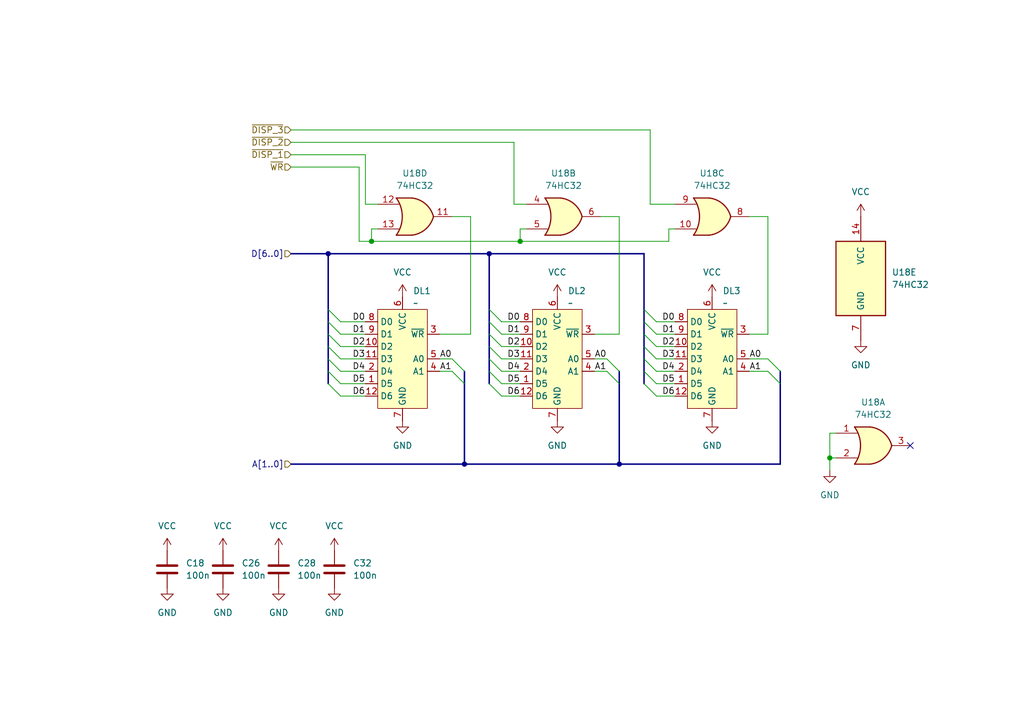
<source format=kicad_sch>
(kicad_sch (version 20250114) (generator "eeschema") (generator_version "9.0")
  (paper "A5")
  (title_block (title "DL1414 display") (date "2025-11-03") (rev "B") (company "A.K."))
  (lib_symbols
    (symbol "74xx:74LS32" (pin_names (offset 1.016))
      (property "Reference" "U" (at 0 1.27 0))
      (property "Value" "74LS32" (at 0 -1.27 0))
      (symbol "74LS32_1_1"
        (arc (start -3.81 3.81) (mid -2.589 0) (end -3.81 -3.81) (stroke (width 0.254)))
        (polyline (pts (xy -3.81 3.81) (xy -0.635 3.81)) (stroke (width 0.254)) (fill (type background)))
        (polyline (pts (xy -3.81 -3.81) (xy -0.635 -3.81)) (stroke (width 0.254)) (fill (type background)))
        (arc (start 3.81 0) (mid 2.1855 -2.584) (end -0.6096 -3.81) (stroke (width 0.254)) (fill (type background)))
        (arc (start -0.6096 3.81) (mid 2.1928 2.5924) (end 3.81 0) (stroke (width 0.254)) (fill (type background)))
        (polyline (pts (xy -0.635 3.81) (xy -3.81 3.81) (xy -3.81 3.81) (xy -3.556 3.4036) (xy -3.0226 2.2606) (xy -2.6924 1.0414) (xy -2.6162 -0.254) (xy -2.7686 -1.4986) (xy -3.175 -2.7178) (xy -3.81 -3.81) (xy -3.81 -3.81) (xy -0.635 -3.81)) (stroke (width -25.4)) (fill (type background)))
        (pin input line (at -7.62 2.54 0) (length 4.318) (name "~") (number "1"))
        (pin input line (at -7.62 -2.54 0) (length 4.318) (name "~") (number "2"))
        (pin output line (at 7.62 0 180) (length 3.81) (name "~") (number "3"))
      )
      (symbol "74LS32_1_2"
        (arc (start 0 3.81) (mid 3.7934 0) (end 0 -3.81) (stroke (width 0.254)) (fill (type background)))
        (polyline (pts (xy 0 3.81) (xy -3.81 3.81) (xy -3.81 -3.81) (xy 0 -3.81)) (stroke (width 0.254)) (fill (type background)))
        (pin input inverted (at -7.62 2.54 0) (length 3.81) (name "~") (number "1"))
        (pin input inverted (at -7.62 -2.54 0) (length 3.81) (name "~") (number "2"))
        (pin output inverted (at 7.62 0 180) (length 3.81) (name "~") (number "3"))
      )
      (symbol "74LS32_2_1"
        (arc (start -3.81 3.81) (mid -2.589 0) (end -3.81 -3.81) (stroke (width 0.254)))
        (polyline (pts (xy -3.81 3.81) (xy -0.635 3.81)) (stroke (width 0.254)) (fill (type background)))
        (polyline (pts (xy -3.81 -3.81) (xy -0.635 -3.81)) (stroke (width 0.254)) (fill (type background)))
        (arc (start 3.81 0) (mid 2.1855 -2.584) (end -0.6096 -3.81) (stroke (width 0.254)) (fill (type background)))
        (arc (start -0.6096 3.81) (mid 2.1928 2.5924) (end 3.81 0) (stroke (width 0.254)) (fill (type background)))
        (polyline (pts (xy -0.635 3.81) (xy -3.81 3.81) (xy -3.81 3.81) (xy -3.556 3.4036) (xy -3.0226 2.2606) (xy -2.6924 1.0414) (xy -2.6162 -0.254) (xy -2.7686 -1.4986) (xy -3.175 -2.7178) (xy -3.81 -3.81) (xy -3.81 -3.81) (xy -0.635 -3.81)) (stroke (width -25.4)) (fill (type background)))
        (pin input line (at -7.62 2.54 0) (length 4.318) (name "~") (number "4"))
        (pin input line (at -7.62 -2.54 0) (length 4.318) (name "~") (number "5"))
        (pin output line (at 7.62 0 180) (length 3.81) (name "~") (number "6"))
      )
      (symbol "74LS32_2_2"
        (arc (start 0 3.81) (mid 3.7934 0) (end 0 -3.81) (stroke (width 0.254)) (fill (type background)))
        (polyline (pts (xy 0 3.81) (xy -3.81 3.81) (xy -3.81 -3.81) (xy 0 -3.81)) (stroke (width 0.254)) (fill (type background)))
        (pin input inverted (at -7.62 2.54 0) (length 3.81) (name "~") (number "4"))
        (pin input inverted (at -7.62 -2.54 0) (length 3.81) (name "~") (number "5"))
        (pin output inverted (at 7.62 0 180) (length 3.81) (name "~") (number "6"))
      )
      (symbol "74LS32_3_1"
        (arc (start -3.81 3.81) (mid -2.589 0) (end -3.81 -3.81) (stroke (width 0.254)))
        (polyline (pts (xy -3.81 3.81) (xy -0.635 3.81)) (stroke (width 0.254)) (fill (type background)))
        (polyline (pts (xy -3.81 -3.81) (xy -0.635 -3.81)) (stroke (width 0.254)) (fill (type background)))
        (arc (start 3.81 0) (mid 2.1855 -2.584) (end -0.6096 -3.81) (stroke (width 0.254)) (fill (type background)))
        (arc (start -0.6096 3.81) (mid 2.1928 2.5924) (end 3.81 0) (stroke (width 0.254)) (fill (type background)))
        (polyline (pts (xy -0.635 3.81) (xy -3.81 3.81) (xy -3.81 3.81) (xy -3.556 3.4036) (xy -3.0226 2.2606) (xy -2.6924 1.0414) (xy -2.6162 -0.254) (xy -2.7686 -1.4986) (xy -3.175 -2.7178) (xy -3.81 -3.81) (xy -3.81 -3.81) (xy -0.635 -3.81)) (stroke (width -25.4)) (fill (type background)))
        (pin input line (at -7.62 2.54 0) (length 4.318) (name "~") (number "9"))
        (pin input line (at -7.62 -2.54 0) (length 4.318) (name "~") (number "10"))
        (pin output line (at 7.62 0 180) (length 3.81) (name "~") (number "8"))
      )
      (symbol "74LS32_3_2"
        (arc (start 0 3.81) (mid 3.7934 0) (end 0 -3.81) (stroke (width 0.254)) (fill (type background)))
        (polyline (pts (xy 0 3.81) (xy -3.81 3.81) (xy -3.81 -3.81) (xy 0 -3.81)) (stroke (width 0.254)) (fill (type background)))
        (pin input inverted (at -7.62 2.54 0) (length 3.81) (name "~") (number "9"))
        (pin input inverted (at -7.62 -2.54 0) (length 3.81) (name "~") (number "10"))
        (pin output inverted (at 7.62 0 180) (length 3.81) (name "~") (number "8"))
      )
      (symbol "74LS32_4_1"
        (arc (start -3.81 3.81) (mid -2.589 0) (end -3.81 -3.81) (stroke (width 0.254)))
        (polyline (pts (xy -3.81 3.81) (xy -0.635 3.81)) (stroke (width 0.254)) (fill (type background)))
        (polyline (pts (xy -3.81 -3.81) (xy -0.635 -3.81)) (stroke (width 0.254)) (fill (type background)))
        (arc (start 3.81 0) (mid 2.1855 -2.584) (end -0.6096 -3.81) (stroke (width 0.254)) (fill (type background)))
        (arc (start -0.6096 3.81) (mid 2.1928 2.5924) (end 3.81 0) (stroke (width 0.254)) (fill (type background)))
        (polyline (pts (xy -0.635 3.81) (xy -3.81 3.81) (xy -3.81 3.81) (xy -3.556 3.4036) (xy -3.0226 2.2606) (xy -2.6924 1.0414) (xy -2.6162 -0.254) (xy -2.7686 -1.4986) (xy -3.175 -2.7178) (xy -3.81 -3.81) (xy -3.81 -3.81) (xy -0.635 -3.81)) (stroke (width -25.4)) (fill (type background)))
        (pin input line (at -7.62 2.54 0) (length 4.318) (name "~") (number "12"))
        (pin input line (at -7.62 -2.54 0) (length 4.318) (name "~") (number "13"))
        (pin output line (at 7.62 0 180) (length 3.81) (name "~") (number "11"))
      )
      (symbol "74LS32_4_2"
        (arc (start 0 3.81) (mid 3.7934 0) (end 0 -3.81) (stroke (width 0.254)) (fill (type background)))
        (polyline (pts (xy 0 3.81) (xy -3.81 3.81) (xy -3.81 -3.81) (xy 0 -3.81)) (stroke (width 0.254)) (fill (type background)))
        (pin input inverted (at -7.62 2.54 0) (length 3.81) (name "~") (number "12"))
        (pin input inverted (at -7.62 -2.54 0) (length 3.81) (name "~") (number "13"))
        (pin output inverted (at 7.62 0 180) (length 3.81) (name "~") (number "11"))
      )
      (symbol "74LS32_5_0"
        (pin power_in line (at 0 12.7 270) (length 5.08) (name "VCC") (number "14"))
        (pin power_in line (at 0 -12.7 90) (length 5.08) (name "GND") (number "7"))
      )
      (symbol "74LS32_5_1"
        (rectangle (start -5.08 7.62) (end 5.08 -7.62) (stroke (width 0.254)) (fill (type background)))
      )
    )
    (symbol "Device:C" (pin_numbers (hide yes)) (pin_names (offset 0.254))
      (property "Reference" "C" (at 0.635 2.54 0))
      (property "Value" "C" (at 0.635 -2.54 0))
      (symbol "C_0_1"
        (polyline (pts (xy -2.032 0.762) (xy 2.032 0.762)) (stroke (width 0.508)))
        (polyline (pts (xy -2.032 -0.762) (xy 2.032 -0.762)) (stroke (width 0.508)))
      )
      (symbol "C_1_1"
        (pin passive line (at 0 3.81 270) (length 2.794) (name "~") (number "1"))
        (pin passive line (at 0 -3.81 90) (length 2.794) (name "~") (number "2"))
      )
    )
    (symbol "dl1414:DL1414"
      (property "Reference" "DL" (at 2.54 11.43 0))
      (symbol "DL1414_1_1"
        (rectangle (start -5.08 10.16) (end 5.08 -10.16) (fill (type background)))
        (pin input line (at -7.62 7.62 0) (length 2.54) (name "D0") (number "8"))
        (pin input line (at -7.62 5.08 0) (length 2.54) (name "D1") (number "9"))
        (pin input line (at -7.62 2.54 0) (length 2.54) (name "D2") (number "10"))
        (pin input line (at -7.62 0 0) (length 2.54) (name "D3") (number "11"))
        (pin input line (at -7.62 -2.54 0) (length 2.54) (name "D4") (number "2"))
        (pin input line (at -7.62 -5.08 0) (length 2.54) (name "D5") (number "1"))
        (pin input line (at -7.62 -7.62 0) (length 2.54) (name "D6") (number "12"))
        (pin power_in line (at 0 12.7 270) (length 2.54) (name "VCC") (number "6"))
        (pin power_in line (at 0 -12.7 90) (length 2.54) (name "GND") (number "7"))
        (pin input line (at 7.62 5.08 180) (length 2.54) (name "~{WR}") (number "3"))
        (pin input line (at 7.62 0 180) (length 2.54) (name "A0") (number "5"))
        (pin input line (at 7.62 -2.54 180) (length 2.54) (name "A1") (number "4"))
      )
    )
    (symbol "power:GND" (power) (pin_numbers (hide yes)) (pin_names (offset 0) (hide yes))
      (property "Value" "GND" (at 0 -3.81 0))
      (symbol "GND_0_1"
        (polyline (pts (xy 0 0) (xy 0 -1.27) (xy 1.27 -1.27) (xy 0 -2.54) (xy -1.27 -1.27) (xy 0 -1.27)))
      )
      (symbol "GND_1_1"
        (pin power_in line (at 0 0 270) (length 0) (name "~") (number "1"))
      )
    )
    (symbol "power:VCC" (power) (pin_numbers (hide yes)) (pin_names (offset 0) (hide yes))
      (property "Value" "VCC" (at 0 3.556 0))
      (symbol "VCC_0_1"
        (polyline (pts (xy -0.762 1.27) (xy 0 2.54)))
        (polyline (pts (xy 0 2.54) (xy 0.762 1.27)))
        (polyline (pts (xy 0 0) (xy 0 2.54)))
      )
      (symbol "VCC_1_1"
        (pin power_in line (at 0 0 90) (length 0) (name "~") (number "1"))
      )
    )
  )
  (junction (at 95.25 95.25))
  (junction (at 127 95.25))
  (junction (at 106.68 49.53))
  (junction (at 170.18 93.98))
  (junction (at 67.31 52.07))
  (junction (at 100.33 52.07))
  (junction (at 76.2 49.53))
  (no_connect (at 186.69 91.44))
  (bus_entry (at 67.31 68.58) (size 2.54 2.54))
  (bus_entry (at 132.08 71.12) (size 2.54 2.54))
  (bus_entry (at 100.33 68.58) (size 2.54 2.54))
  (bus_entry (at 160.02 78.74) (size -2.54 -2.54))
  (bus_entry (at 95.25 78.74) (size -2.54 -2.54))
  (bus_entry (at 132.08 63.5) (size 2.54 2.54))
  (bus_entry (at 100.33 78.74) (size 2.54 2.54))
  (bus_entry (at 132.08 66.04) (size 2.54 2.54))
  (bus_entry (at 132.08 76.2) (size 2.54 2.54))
  (bus_entry (at 127 76.2) (size -2.54 -2.54))
  (bus_entry (at 95.25 76.2) (size -2.54 -2.54))
  (bus_entry (at 100.33 66.04) (size 2.54 2.54))
  (bus_entry (at 100.33 76.2) (size 2.54 2.54))
  (bus_entry (at 67.31 66.04) (size 2.54 2.54))
  (bus_entry (at 67.31 73.66) (size 2.54 2.54))
  (bus_entry (at 127 78.74) (size -2.54 -2.54))
  (bus_entry (at 160.02 76.2) (size -2.54 -2.54))
  (bus_entry (at 100.33 71.12) (size 2.54 2.54))
  (bus_entry (at 67.31 71.12) (size 2.54 2.54))
  (bus_entry (at 100.33 63.5) (size 2.54 2.54))
  (bus_entry (at 132.08 68.58) (size 2.54 2.54))
  (bus_entry (at 132.08 73.66) (size 2.54 2.54))
  (bus_entry (at 100.33 73.66) (size 2.54 2.54))
  (bus_entry (at 67.31 76.2) (size 2.54 2.54))
  (bus_entry (at 132.08 78.74) (size 2.54 2.54))
  (bus_entry (at 67.31 63.5) (size 2.54 2.54))
  (bus_entry (at 67.31 78.74) (size 2.54 2.54))
  (wire (pts (xy 69.85 81.28) (xy 74.93 81.28)))
  (wire (pts (xy 137.16 46.99) (xy 138.43 46.99)))
  (wire (pts (xy 76.2 49.53) (xy 106.68 49.53)))
  (wire (pts (xy 90.17 73.66) (xy 92.71 73.66)))
  (bus (pts (xy 100.33 52.07) (xy 132.08 52.07)))
  (bus (pts (xy 160.02 78.74) (xy 160.02 95.25)))
  (wire (pts (xy 171.45 88.9) (xy 170.18 88.9)))
  (bus (pts (xy 95.25 76.2) (xy 95.25 78.74)))
  (wire (pts (xy 134.62 76.2) (xy 138.43 76.2)))
  (wire (pts (xy 59.69 29.21) (xy 105.41 29.21)))
  (bus (pts (xy 67.31 66.04) (xy 67.31 68.58)))
  (wire (pts (xy 69.85 73.66) (xy 74.93 73.66)))
  (wire (pts (xy 134.62 71.12) (xy 138.43 71.12)))
  (wire (pts (xy 102.87 81.28) (xy 106.68 81.28)))
  (wire (pts (xy 102.87 66.04) (xy 106.68 66.04)))
  (bus (pts (xy 127 95.25) (xy 160.02 95.25)))
  (bus (pts (xy 100.33 73.66) (xy 100.33 76.2)))
  (bus (pts (xy 132.08 73.66) (xy 132.08 76.2)))
  (wire (pts (xy 170.18 93.98) (xy 171.45 93.98)))
  (wire (pts (xy 59.69 34.29) (xy 73.66 34.29)))
  (wire (pts (xy 74.93 41.91) (xy 77.47 41.91)))
  (bus (pts (xy 95.25 78.74) (xy 95.25 95.25)))
  (wire (pts (xy 133.35 41.91) (xy 138.43 41.91)))
  (wire (pts (xy 59.69 31.75) (xy 74.93 31.75)))
  (wire (pts (xy 127 44.45) (xy 123.19 44.45)))
  (bus (pts (xy 127 76.2) (xy 127 78.74)))
  (wire (pts (xy 96.52 68.58) (xy 96.52 44.45)))
  (wire (pts (xy 121.92 73.66) (xy 124.46 73.66)))
  (wire (pts (xy 137.16 49.53) (xy 137.16 46.99)))
  (wire (pts (xy 121.92 68.58) (xy 127 68.58)))
  (bus (pts (xy 100.33 52.07) (xy 100.33 63.5)))
  (wire (pts (xy 59.69 26.67) (xy 133.35 26.67)))
  (wire (pts (xy 102.87 78.74) (xy 106.68 78.74)))
  (wire (pts (xy 127 68.58) (xy 127 44.45)))
  (bus (pts (xy 132.08 66.04) (xy 132.08 68.58)))
  (bus (pts (xy 67.31 52.07) (xy 100.33 52.07)))
  (wire (pts (xy 134.62 78.74) (xy 138.43 78.74)))
  (wire (pts (xy 107.95 46.99) (xy 106.68 46.99)))
  (wire (pts (xy 133.35 26.67) (xy 133.35 41.91)))
  (wire (pts (xy 105.41 29.21) (xy 105.41 41.91)))
  (wire (pts (xy 157.48 68.58) (xy 157.48 44.45)))
  (wire (pts (xy 153.67 73.66) (xy 157.48 73.66)))
  (bus (pts (xy 67.31 73.66) (xy 67.31 76.2)))
  (wire (pts (xy 69.85 66.04) (xy 74.93 66.04)))
  (wire (pts (xy 134.62 73.66) (xy 138.43 73.66)))
  (bus (pts (xy 95.25 95.25) (xy 127 95.25)))
  (bus (pts (xy 132.08 52.07) (xy 132.08 63.5)))
  (bus (pts (xy 67.31 68.58) (xy 67.31 71.12)))
  (bus (pts (xy 100.33 68.58) (xy 100.33 71.12)))
  (wire (pts (xy 69.85 78.74) (xy 74.93 78.74)))
  (bus (pts (xy 132.08 68.58) (xy 132.08 71.12)))
  (bus (pts (xy 67.31 52.07) (xy 67.31 63.5)))
  (wire (pts (xy 106.68 49.53) (xy 137.16 49.53)))
  (wire (pts (xy 170.18 96.52) (xy 170.18 93.98)))
  (wire (pts (xy 69.85 71.12) (xy 74.93 71.12)))
  (bus (pts (xy 100.33 71.12) (xy 100.33 73.66)))
  (wire (pts (xy 69.85 76.2) (xy 74.93 76.2)))
  (wire (pts (xy 73.66 34.29) (xy 73.66 49.53)))
  (wire (pts (xy 76.2 46.99) (xy 76.2 49.53)))
  (wire (pts (xy 102.87 73.66) (xy 106.68 73.66)))
  (bus (pts (xy 59.69 52.07) (xy 67.31 52.07)))
  (wire (pts (xy 74.93 31.75) (xy 74.93 41.91)))
  (wire (pts (xy 134.62 66.04) (xy 138.43 66.04)))
  (bus (pts (xy 132.08 71.12) (xy 132.08 73.66)))
  (bus (pts (xy 59.69 95.25) (xy 95.25 95.25)))
  (wire (pts (xy 121.92 76.2) (xy 124.46 76.2)))
  (bus (pts (xy 100.33 66.04) (xy 100.33 68.58)))
  (bus (pts (xy 100.33 63.5) (xy 100.33 66.04)))
  (wire (pts (xy 96.52 44.45) (xy 92.71 44.45)))
  (wire (pts (xy 90.17 76.2) (xy 92.71 76.2)))
  (bus (pts (xy 132.08 63.5) (xy 132.08 66.04)))
  (bus (pts (xy 132.08 76.2) (xy 132.08 78.74)))
  (bus (pts (xy 67.31 63.5) (xy 67.31 66.04)))
  (wire (pts (xy 73.66 49.53) (xy 76.2 49.53)))
  (wire (pts (xy 102.87 68.58) (xy 106.68 68.58)))
  (wire (pts (xy 157.48 44.45) (xy 153.67 44.45)))
  (wire (pts (xy 106.68 46.99) (xy 106.68 49.53)))
  (wire (pts (xy 105.41 41.91) (xy 107.95 41.91)))
  (bus (pts (xy 67.31 71.12) (xy 67.31 73.66)))
  (bus (pts (xy 127 78.74) (xy 127 95.25)))
  (wire (pts (xy 134.62 81.28) (xy 138.43 81.28)))
  (wire (pts (xy 134.62 68.58) (xy 138.43 68.58)))
  (wire (pts (xy 69.85 68.58) (xy 74.93 68.58)))
  (bus (pts (xy 160.02 76.2) (xy 160.02 78.74)))
  (bus (pts (xy 67.31 76.2) (xy 67.31 78.74)))
  (wire (pts (xy 153.67 76.2) (xy 157.48 76.2)))
  (wire (pts (xy 170.18 88.9) (xy 170.18 93.98)))
  (wire (pts (xy 77.47 46.99) (xy 76.2 46.99)))
  (wire (pts (xy 102.87 76.2) (xy 106.68 76.2)))
  (wire (pts (xy 90.17 68.58) (xy 96.52 68.58)))
  (bus (pts (xy 100.33 76.2) (xy 100.33 78.74)))
  (wire (pts (xy 102.87 71.12) (xy 106.68 71.12)))
  (wire (pts (xy 153.67 68.58) (xy 157.48 68.58)))
  (label "D4" (at 106.68 76.2 180))
  (label "A0" (at 153.67 73.66 0))
  (label "D4" (at 74.93 76.2 180))
  (label "A1" (at 121.92 76.2 0))
  (label "A0" (at 121.92 73.66 0))
  (label "D0" (at 138.43 66.04 180))
  (label "D0" (at 106.68 66.04 180))
  (label "A1" (at 153.67 76.2 0))
  (label "D6" (at 106.68 81.28 180))
  (label "D5" (at 106.68 78.74 180))
  (label "D5" (at 138.43 78.74 180))
  (label "D0" (at 74.93 66.04 180))
  (label "A0" (at 90.17 73.66 0))
  (label "D6" (at 138.43 81.28 180))
  (label "D6" (at 74.93 81.28 180))
  (label "D1" (at 74.93 68.58 180))
  (label "D1" (at 106.68 68.58 180))
  (label "D3" (at 138.43 73.66 180))
  (label "D2" (at 74.93 71.12 180))
  (label "D4" (at 138.43 76.2 180))
  (label "D2" (at 106.68 71.12 180))
  (label "A1" (at 90.17 76.2 0))
  (label "D2" (at 138.43 71.12 180))
  (label "D1" (at 138.43 68.58 180))
  (label "D5" (at 74.93 78.74 180))
  (label "D3" (at 106.68 73.66 180))
  (label "D3" (at 74.93 73.66 180))
  (hierarchical_label "D[6..0]" (shape input) (at 59.69 52.07 180))
  (hierarchical_label "~{WR}" (shape input) (at 59.69 34.29 180))
  (hierarchical_label "~{DISP_3}" (shape input) (at 59.69 26.67 180))
  (hierarchical_label "A[1..0]" (shape input) (at 59.69 95.25 180))
  (hierarchical_label "~{DISP_2}" (shape input) (at 59.69 29.21 180))
  (hierarchical_label "~{DISP_1}" (shape input) (at 59.69 31.75 180))
  (symbol (lib_id "power:VCC") (at 45.72 113.03 0) (unit 1)
    (property "Reference" "#PWR0110" (effects (hide yes)))
    (property "Value" "VCC" (at 45.72 107.95 0))
    (property "Description" "Power symbol creates a global label with name \"VCC\"" (effects (hide yes)))
  )
  (symbol (lib_id "power:VCC") (at 114.3 60.96 0) (unit 1)
    (property "Reference" "#PWR098" (effects (hide yes)))
    (property "Value" "VCC" (at 114.3 55.88 0))
    (property "Description" "Power symbol creates a global label with name \"VCC\"" (effects (hide yes)))
  )
  (symbol (lib_id "power:GND") (at 114.3 86.36 0) (unit 1)
    (property "Reference" "#PWR099" (effects (hide yes)))
    (property "Value" "GND" (at 114.3 91.44 0))
    (property "Description" "Power symbol creates a global label with name \"GND\" , ground" (effects (hide yes)))
  )
  (symbol (lib_id "power:GND") (at 170.18 96.52 0) (unit 1)
    (property "Reference" "#PWR0148" (effects (hide yes)))
    (property "Value" "GND" (at 170.18 101.6 0))
    (property "Description" "Power symbol creates a global label with name \"GND\" , ground" (effects (hide yes)))
  )
  (symbol (lib_id "74xx:74LS32") (at 115.57 44.45 0) (unit 2)
    (property "Reference" "U18" (at 115.57 35.56 0))
    (property "Value" "74HC32" (at 115.57 38.1 0))
    (property "Footprint" "Package_SO:SO-14_3.9x8.65mm_P1.27mm" (effects (hide yes)))
    (property "Datasheet" "http://www.ti.com/lit/gpn/sn74LS32" (effects (hide yes)))
    (property "Description" "Quad 2-input OR" (effects (hide yes)))
  )
  (symbol (lib_id "Device:C") (at 68.58 116.84 0) (unit 1)
    (property "Reference" "C32" (at 72.39 115.5699 0) (effects (justify left)))
    (property "Value" "100n" (at 72.39 118.1099 0) (effects (justify left)))
    (property "Footprint" "Capacitor_SMD:C_0805_2012Metric" (effects (hide yes)))
    (property "Description" "Unpolarized capacitor" (effects (hide yes)))
  )
  (symbol (lib_id "Device:C") (at 45.72 116.84 0) (unit 1)
    (property "Reference" "C26" (at 49.53 115.5699 0) (effects (justify left)))
    (property "Value" "100n" (at 49.53 118.1099 0) (effects (justify left)))
    (property "Footprint" "Capacitor_SMD:C_0805_2012Metric" (effects (hide yes)))
    (property "Description" "Unpolarized capacitor" (effects (hide yes)))
  )
  (symbol (lib_id "power:GND") (at 176.53 69.85 0) (unit 1)
    (property "Reference" "#PWR0149" (effects (hide yes)))
    (property "Value" "GND" (at 176.53 74.93 0))
    (property "Description" "Power symbol creates a global label with name \"GND\" , ground" (effects (hide yes)))
  )
  (symbol (lib_id "74xx:74LS32") (at 146.05 44.45 0) (unit 3)
    (property "Reference" "U18" (at 146.05 35.56 0))
    (property "Value" "74HC32" (at 146.05 38.1 0))
    (property "Footprint" "Package_SO:SO-14_3.9x8.65mm_P1.27mm" (effects (hide yes)))
    (property "Datasheet" "http://www.ti.com/lit/gpn/sn74LS32" (effects (hide yes)))
    (property "Description" "Quad 2-input OR" (effects (hide yes)))
  )
  (symbol (lib_id "power:VCC") (at 82.55 60.96 0) (unit 1)
    (property "Reference" "#PWR096" (effects (hide yes)))
    (property "Value" "VCC" (at 82.55 55.88 0))
    (property "Description" "Power symbol creates a global label with name \"VCC\"" (effects (hide yes)))
  )
  (symbol (lib_id "74xx:74LS32") (at 85.09 44.45 0) (unit 4)
    (property "Reference" "U18" (at 85.09 35.56 0))
    (property "Value" "74HC32" (at 85.09 38.1 0))
    (property "Footprint" "Package_SO:SO-14_3.9x8.65mm_P1.27mm" (effects (hide yes)))
    (property "Datasheet" "http://www.ti.com/lit/gpn/sn74LS32" (effects (hide yes)))
    (property "Description" "Quad 2-input OR" (effects (hide yes)))
  )
  (symbol (lib_id "74xx:74LS32") (at 176.53 57.15 0) (unit 5)
    (property "Reference" "U18" (at 182.88 55.8799 0) (effects (justify left)))
    (property "Value" "74HC32" (at 182.88 58.4199 0) (effects (justify left)))
    (property "Footprint" "Package_SO:SO-14_3.9x8.65mm_P1.27mm" (effects (hide yes)))
    (property "Datasheet" "http://www.ti.com/lit/gpn/sn74LS32" (effects (hide yes)))
    (property "Description" "Quad 2-input OR" (effects (hide yes)))
  )
  (symbol (lib_id "power:VCC") (at 68.58 113.03 0) (unit 1)
    (property "Reference" "#PWR0146" (effects (hide yes)))
    (property "Value" "VCC" (at 68.58 107.95 0))
    (property "Description" "Power symbol creates a global label with name \"VCC\"" (effects (hide yes)))
  )
  (symbol (lib_id "74xx:74LS32") (at 179.07 91.44 0) (unit 1)
    (property "Reference" "U18" (at 179.07 82.55 0))
    (property "Value" "74HC32" (at 179.07 85.09 0))
    (property "Footprint" "Package_SO:SO-14_3.9x8.65mm_P1.27mm" (effects (hide yes)))
    (property "Datasheet" "http://www.ti.com/lit/gpn/sn74LS32" (effects (hide yes)))
    (property "Description" "Quad 2-input OR" (effects (hide yes)))
  )
  (symbol (lib_id "power:GND") (at 57.15 120.65 0) (unit 1)
    (property "Reference" "#PWR0113" (effects (hide yes)))
    (property "Value" "GND" (at 57.15 125.73 0))
    (property "Description" "Power symbol creates a global label with name \"GND\" , ground" (effects (hide yes)))
  )
  (symbol (lib_id "power:GND") (at 82.55 86.36 0) (unit 1)
    (property "Reference" "#PWR097" (effects (hide yes)))
    (property "Value" "GND" (at 82.55 91.44 0))
    (property "Description" "Power symbol creates a global label with name \"GND\" , ground" (effects (hide yes)))
  )
  (symbol (lib_id "power:GND") (at 45.72 120.65 0) (unit 1)
    (property "Reference" "#PWR0111" (effects (hide yes)))
    (property "Value" "GND" (at 45.72 125.73 0))
    (property "Description" "Power symbol creates a global label with name \"GND\" , ground" (effects (hide yes)))
  )
  (symbol (lib_id "dl1414:DL1414") (at 114.3 73.66 0) (unit 1)
    (property "Reference" "DL2" (at 116.4433 59.69 0) (effects (justify left)))
    (property "Value" "~" (at 116.4433 62.23 0) (effects (justify left)))
    (property "Footprint" "dl1414:DL1414" (effects (hide yes)))
  )
  (symbol (lib_id "power:VCC") (at 34.29 113.03 0) (unit 1)
    (property "Reference" "#PWR0108" (effects (hide yes)))
    (property "Value" "VCC" (at 34.29 107.95 0))
    (property "Description" "Power symbol creates a global label with name \"VCC\"" (effects (hide yes)))
  )
  (symbol (lib_id "power:VCC") (at 146.05 60.96 0) (unit 1)
    (property "Reference" "#PWR0100" (effects (hide yes)))
    (property "Value" "VCC" (at 146.05 55.88 0))
    (property "Description" "Power symbol creates a global label with name \"VCC\"" (effects (hide yes)))
  )
  (symbol (lib_id "Device:C") (at 57.15 116.84 0) (unit 1)
    (property "Reference" "C28" (at 60.96 115.5699 0) (effects (justify left)))
    (property "Value" "100n" (at 60.96 118.1099 0) (effects (justify left)))
    (property "Footprint" "Capacitor_SMD:C_0805_2012Metric" (effects (hide yes)))
    (property "Description" "Unpolarized capacitor" (effects (hide yes)))
  )
  (symbol (lib_id "dl1414:DL1414") (at 146.05 73.66 0) (unit 1)
    (property "Reference" "DL3" (at 148.1933 59.69 0) (effects (justify left)))
    (property "Value" "~" (at 148.1933 62.23 0) (effects (justify left)))
    (property "Footprint" "dl1414:DL1414" (effects (hide yes)))
  )
  (symbol (lib_id "power:VCC") (at 57.15 113.03 0) (unit 1)
    (property "Reference" "#PWR0112" (effects (hide yes)))
    (property "Value" "VCC" (at 57.15 107.95 0))
    (property "Description" "Power symbol creates a global label with name \"VCC\"" (effects (hide yes)))
  )
  (symbol (lib_id "dl1414:DL1414") (at 82.55 73.66 0) (unit 1)
    (property "Reference" "DL1" (at 84.6933 59.69 0) (effects (justify left)))
    (property "Value" "~" (at 84.6933 62.23 0) (effects (justify left)))
    (property "Footprint" "dl1414:DL1414" (effects (hide yes)))
  )
  (symbol (lib_id "power:VCC") (at 176.53 44.45 0) (unit 1)
    (property "Reference" "#PWR0150" (effects (hide yes)))
    (property "Value" "VCC" (at 176.53 39.37 0))
    (property "Description" "Power symbol creates a global label with name \"VCC\"" (effects (hide yes)))
  )
  (symbol (lib_id "Device:C") (at 34.29 116.84 0) (unit 1)
    (property "Reference" "C18" (at 38.1 115.5699 0) (effects (justify left)))
    (property "Value" "100n" (at 38.1 118.1099 0) (effects (justify left)))
    (property "Footprint" "Capacitor_SMD:C_0805_2012Metric" (effects (hide yes)))
    (property "Description" "Unpolarized capacitor" (effects (hide yes)))
  )
  (symbol (lib_id "power:GND") (at 68.58 120.65 0) (unit 1)
    (property "Reference" "#PWR0147" (effects (hide yes)))
    (property "Value" "GND" (at 68.58 125.73 0))
    (property "Description" "Power symbol creates a global label with name \"GND\" , ground" (effects (hide yes)))
  )
  (symbol (lib_id "power:GND") (at 146.05 86.36 0) (unit 1)
    (property "Reference" "#PWR0101" (effects (hide yes)))
    (property "Value" "GND" (at 146.05 91.44 0))
    (property "Description" "Power symbol creates a global label with name \"GND\" , ground" (effects (hide yes)))
  )
  (symbol (lib_id "power:GND") (at 34.29 120.65 0) (unit 1)
    (property "Reference" "#PWR0109" (effects (hide yes)))
    (property "Value" "GND" (at 34.29 125.73 0))
    (property "Description" "Power symbol creates a global label with name \"GND\" , ground" (effects (hide yes)))
  )
)
</source>
